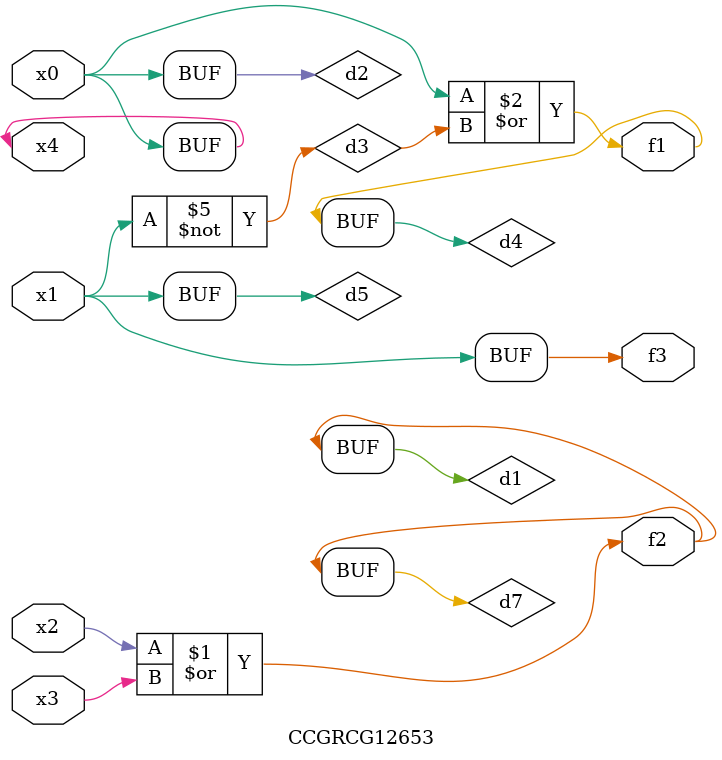
<source format=v>
module CCGRCG12653(
	input x0, x1, x2, x3, x4,
	output f1, f2, f3
);

	wire d1, d2, d3, d4, d5, d6, d7;

	or (d1, x2, x3);
	buf (d2, x0, x4);
	not (d3, x1);
	or (d4, d2, d3);
	not (d5, d3);
	nand (d6, d1, d3);
	or (d7, d1);
	assign f1 = d4;
	assign f2 = d7;
	assign f3 = d5;
endmodule

</source>
